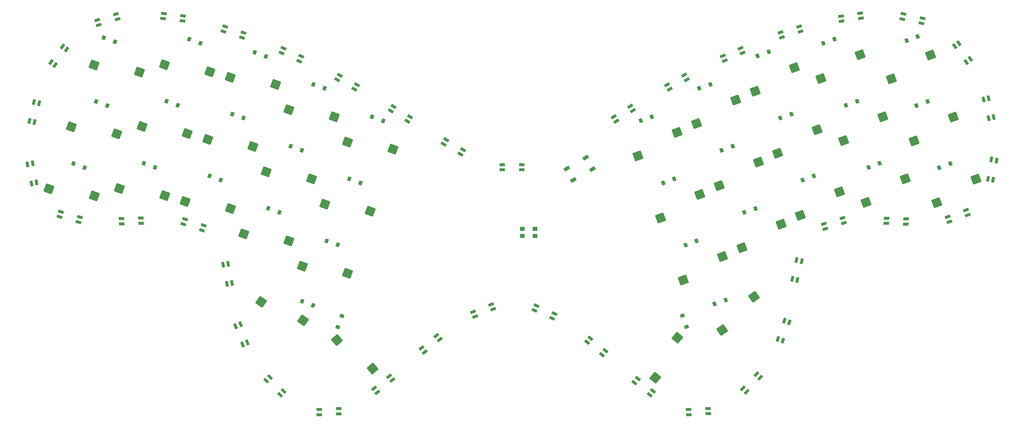
<source format=gbp>
%TF.GenerationSoftware,KiCad,Pcbnew,7.0.1-0*%
%TF.CreationDate,2023-05-23T20:01:29-04:00*%
%TF.ProjectId,fidrildi4,66696472-696c-4646-9934-2e6b69636164,rev?*%
%TF.SameCoordinates,Original*%
%TF.FileFunction,Paste,Bot*%
%TF.FilePolarity,Positive*%
%FSLAX46Y46*%
G04 Gerber Fmt 4.6, Leading zero omitted, Abs format (unit mm)*
G04 Created by KiCad (PCBNEW 7.0.1-0) date 2023-05-23 20:01:29*
%MOMM*%
%LPD*%
G01*
G04 APERTURE LIST*
G04 Aperture macros list*
%AMRoundRect*
0 Rectangle with rounded corners*
0 $1 Rounding radius*
0 $2 $3 $4 $5 $6 $7 $8 $9 X,Y pos of 4 corners*
0 Add a 4 corners polygon primitive as box body*
4,1,4,$2,$3,$4,$5,$6,$7,$8,$9,$2,$3,0*
0 Add four circle primitives for the rounded corners*
1,1,$1+$1,$2,$3*
1,1,$1+$1,$4,$5*
1,1,$1+$1,$6,$7*
1,1,$1+$1,$8,$9*
0 Add four rect primitives between the rounded corners*
20,1,$1+$1,$2,$3,$4,$5,0*
20,1,$1+$1,$4,$5,$6,$7,0*
20,1,$1+$1,$6,$7,$8,$9,0*
20,1,$1+$1,$8,$9,$2,$3,0*%
%AMRotRect*
0 Rectangle, with rotation*
0 The origin of the aperture is its center*
0 $1 length*
0 $2 width*
0 $3 Rotation angle, in degrees counterclockwise*
0 Add horizontal line*
21,1,$1,$2,0,0,$3*%
G04 Aperture macros list end*
%ADD10RotRect,1.600000X0.820000X220.000000*%
%ADD11RotRect,1.600000X0.820000X353.000000*%
%ADD12RotRect,1.600000X0.820000X197.500000*%
%ADD13RoundRect,0.250000X1.305205X0.589122X-0.621165X1.290263X-1.305205X-0.589122X0.621165X-1.290263X0*%
%ADD14RoundRect,0.250000X-1.424902X0.142408X-0.107187X-1.427983X1.424902X-0.142408X0.107187X1.427983X0*%
%ADD15RotRect,1.600000X0.820000X18.000000*%
%ADD16RoundRect,0.250000X0.621165X1.290263X-1.305205X0.589122X-0.621165X-1.290263X1.305205X-0.589122X0*%
%ADD17RotRect,1.600000X0.820000X29.250000*%
%ADD18RotRect,1.600000X0.820000X111.000000*%
%ADD19RotRect,1.600000X0.820000X17.250000*%
%ADD20RotRect,1.600000X0.820000X257.250000*%
%ADD21RotRect,1.600000X0.820000X341.500000*%
%ADD22RotRect,1.600000X0.820000X335.500000*%
%ADD23RotRect,1.600000X0.820000X54.000000*%
%ADD24RotRect,1.600000X0.820000X306.250000*%
%ADD25RotRect,1.600000X0.820000X181.750000*%
%ADD26RotRect,1.600000X0.820000X178.000000*%
%ADD27RotRect,1.600000X0.820000X328.000000*%
%ADD28RotRect,1.600000X0.820000X329.000000*%
%ADD29RotRect,1.600000X0.820000X134.500000*%
%ADD30RoundRect,0.250000X-1.413207X-0.231236X0.266054X-1.407068X1.413207X0.231236X-0.266054X1.407068X0*%
%ADD31RotRect,1.600000X0.820000X8.750000*%
%ADD32RotRect,1.600000X0.820000X164.500000*%
%ADD33RotRect,1.600000X0.820000X250.500000*%
%ADD34RoundRect,0.250000X-0.266054X-1.407068X1.413207X-0.231236X0.266054X1.407068X-1.413207X0.231236X0*%
%ADD35RotRect,1.600000X0.820000X331.000000*%
%ADD36RotRect,1.600000X0.820000X182.500000*%
%ADD37RotRect,1.600000X0.820000X219.000000*%
%ADD38RotRect,1.600000X0.820000X347.000000*%
%ADD39RotRect,1.600000X0.820000X155.500000*%
%ADD40RoundRect,0.250000X0.107187X-1.427983X1.424902X0.142408X-0.107187X1.427983X-1.424902X-0.142408X0*%
%ADD41RotRect,1.600000X0.820000X32.500000*%
%ADD42RotRect,1.600000X0.820000X226.000000*%
%ADD43RotRect,1.600000X0.820000X140.250000*%
%ADD44R,1.600000X0.820000*%
%ADD45RotRect,1.600000X0.820000X202.250000*%
%ADD46RotRect,1.600000X0.820000X141.000000*%
%ADD47RotRect,1.600000X0.820000X101.000000*%
%ADD48RotRect,1.600000X0.820000X200.000000*%
%ADD49RotRect,1.600000X0.820000X260.000000*%
%ADD50RotRect,1.600000X0.820000X162.000000*%
%ADD51RotRect,1.600000X0.820000X102.000000*%
%ADD52RotRect,1.600000X0.820000X23.500000*%
%ADD53RotRect,1.600000X0.820000X76.500000*%
%ADD54RotRect,1.600000X0.820000X285.000000*%
%ADD55RotRect,1.600000X0.820000X183.000000*%
%ADD56RotRect,1.000000X1.200000X20.000000*%
%ADD57RotRect,1.000000X1.200000X160.000000*%
%ADD58RotRect,1.000000X1.200000X250.000000*%
%ADD59RotRect,1.000000X1.200000X290.000000*%
%ADD60RoundRect,0.250000X0.450000X-0.350000X0.450000X0.350000X-0.450000X0.350000X-0.450000X-0.350000X0*%
%ADD61RotRect,1.700000X1.000000X210.000000*%
G04 APERTURE END LIST*
D10*
X189277015Y-183234728D03*
X188312834Y-182085661D03*
X184022985Y-185685272D03*
X184987166Y-186834339D03*
D11*
X110022273Y-89374356D03*
X109839469Y-90863175D03*
X115397727Y-91545644D03*
X115580531Y-90056825D03*
D12*
X305420000Y-149660000D03*
X304968941Y-148229425D03*
X299628126Y-149913378D03*
X300079185Y-151343953D03*
D13*
X103025352Y-106212570D03*
X90009214Y-104178095D03*
D14*
X159721603Y-183339895D03*
X169976671Y-191609871D03*
D15*
X287165279Y-94821955D03*
X287628805Y-96248540D03*
X292954721Y-94518045D03*
X292491195Y-93091460D03*
D16*
X264012814Y-141451069D03*
X252734139Y-148259182D03*
D17*
X254600545Y-109843767D03*
X255333477Y-111152511D03*
X260219455Y-108416233D03*
X259486523Y-107107489D03*
D18*
X132643245Y-184602801D03*
X134043616Y-184065249D03*
X132036755Y-178837199D03*
X130636384Y-179374751D03*
D19*
X90933538Y-91264051D03*
X91378350Y-92696581D03*
X96726462Y-91035949D03*
X96281650Y-89603419D03*
D20*
X293239460Y-160674565D03*
X291776446Y-160343518D03*
X290540540Y-165805435D03*
X292003554Y-166136482D03*
D21*
X127622672Y-93110304D03*
X127146715Y-94532790D03*
X132457328Y-96309696D03*
X132933285Y-94887210D03*
D13*
X129155352Y-145512570D03*
X116139214Y-143478095D03*
D22*
X144443128Y-99386388D03*
X143821089Y-100751330D03*
X148916872Y-103073612D03*
X149538911Y-101708670D03*
D23*
X77604878Y-103368818D03*
X78818403Y-104250496D03*
X82110000Y-99720000D03*
X80896475Y-98838322D03*
D16*
X291160092Y-104946145D03*
X279881417Y-111754258D03*
D24*
X338409166Y-97928473D03*
X337199500Y-98815437D03*
X340510834Y-103331527D03*
X341720500Y-102444563D03*
D25*
X103521598Y-149744142D03*
X103475790Y-148244842D03*
X97878402Y-148415858D03*
X97924210Y-149915158D03*
D16*
X343290092Y-137066145D03*
X332011417Y-143874258D03*
D13*
X169305352Y-146302570D03*
X156289214Y-144268095D03*
D26*
X323192120Y-149977262D03*
X323244469Y-148478175D03*
X317647880Y-148282738D03*
X317595531Y-149781825D03*
D27*
X176002905Y-116150190D03*
X175208026Y-117422262D03*
X179957095Y-120389810D03*
X180751974Y-119117738D03*
D13*
X96525352Y-124062570D03*
X83509214Y-122028095D03*
X142155352Y-109812570D03*
X129139214Y-107778095D03*
X145985352Y-154832570D03*
X132969214Y-152798095D03*
D28*
X191206210Y-125735018D03*
X190433653Y-127020769D03*
X195233790Y-129904982D03*
X196006347Y-128619231D03*
D13*
X110268991Y-141840032D03*
X97252853Y-139805557D03*
X135652630Y-127667494D03*
X122636492Y-125633019D03*
D16*
X304150092Y-140666145D03*
X292871417Y-147474258D03*
D29*
X143387608Y-199082783D03*
X144457484Y-198031419D03*
X140532392Y-194037217D03*
X139462516Y-195088581D03*
D30*
X137973192Y-172325565D03*
X150019255Y-177659541D03*
D31*
X304508495Y-90144674D03*
X304736680Y-91627217D03*
X310271505Y-90775326D03*
X310043320Y-89292783D03*
D16*
X330290092Y-101356145D03*
X319011417Y-108164258D03*
X336780092Y-119216145D03*
X325501417Y-126024258D03*
D32*
X85487736Y-149430990D03*
X85888594Y-147985545D03*
X80492264Y-146489010D03*
X80091406Y-147934455D03*
D16*
X270502814Y-159311069D03*
X259224139Y-166119182D03*
D13*
X152485352Y-136977494D03*
X139469214Y-134943019D03*
X90035352Y-141922570D03*
X77019214Y-139888095D03*
D33*
X289681640Y-178280959D03*
X288267678Y-177780249D03*
X286398360Y-183059041D03*
X287812322Y-183559751D03*
D34*
X270419424Y-180453143D03*
X279551718Y-170957874D03*
D35*
X160594672Y-107156568D03*
X159867458Y-108468498D03*
X164765328Y-111183432D03*
X165492542Y-109871502D03*
D16*
X280832814Y-132131069D03*
X269554139Y-138939182D03*
D36*
X160300050Y-204607152D03*
X160234620Y-203108580D03*
X154639950Y-203352848D03*
X154705380Y-204851420D03*
D16*
X323026453Y-136983607D03*
X311747778Y-143791720D03*
D37*
X175697999Y-194920762D03*
X174754018Y-193755043D03*
X170402001Y-197279238D03*
X171345982Y-198444957D03*
D16*
X287330092Y-149996145D03*
X276051417Y-156804258D03*
D38*
X322523528Y-89500274D03*
X322186102Y-90961830D03*
X327642574Y-92221556D03*
X327980000Y-90760000D03*
D39*
X221576872Y-177123612D03*
X222198911Y-175758670D03*
X217103128Y-173436388D03*
X216481089Y-174801330D03*
D16*
X274336453Y-114273607D03*
X263057778Y-121081720D03*
D40*
X251170097Y-194194744D03*
X257533659Y-182659407D03*
D41*
X239235529Y-119091895D03*
X240041479Y-120356982D03*
X244764471Y-117348105D03*
X243958521Y-116083018D03*
D42*
X281324548Y-194246842D03*
X280245539Y-193204855D03*
X276355452Y-197233158D03*
X277434461Y-198275145D03*
D43*
X235903178Y-187567061D03*
X236862336Y-186413798D03*
X232556822Y-182832939D03*
X231597664Y-183986202D03*
D44*
X207250000Y-132880000D03*
X207250000Y-134380000D03*
X212850000Y-134380000D03*
X212850000Y-132880000D03*
D16*
X297650092Y-122816145D03*
X286371417Y-129624258D03*
D45*
X204605500Y-174483939D03*
X204037527Y-173095628D03*
X198854500Y-175216061D03*
X199422473Y-176604372D03*
D46*
X249564018Y-199144957D03*
X250507999Y-197979238D03*
X246155982Y-194455043D03*
X245212001Y-195620762D03*
D47*
X128148045Y-167231663D03*
X129620486Y-166945449D03*
X128551955Y-161448337D03*
X127079514Y-161734551D03*
D16*
X316540092Y-119126145D03*
X305261417Y-125934258D03*
D13*
X175805352Y-128442570D03*
X162789214Y-126408095D03*
D48*
X340967654Y-147397113D03*
X340454624Y-145987574D03*
X335192346Y-147902887D03*
X335705376Y-149312426D03*
D13*
X158985352Y-119132570D03*
X145969214Y-117098095D03*
D16*
X310040092Y-101276145D03*
X298761417Y-108084258D03*
D49*
X349227212Y-131690472D03*
X347750000Y-131430000D03*
X346777570Y-136944924D03*
X348254782Y-137205396D03*
D13*
X123278991Y-106120032D03*
X110262853Y-104085557D03*
D50*
X120991195Y-151758540D03*
X121454721Y-150331955D03*
X116128805Y-148601460D03*
X115665279Y-150028045D03*
D51*
X72047084Y-138319494D03*
X73514305Y-138007627D03*
X72350000Y-132530000D03*
X70882779Y-132841867D03*
D52*
X270553170Y-101598702D03*
X271151294Y-102974292D03*
X276286830Y-100741298D03*
X275688706Y-99365708D03*
D13*
X116772630Y-123977494D03*
X103756492Y-121943019D03*
X162825352Y-164152570D03*
X149809214Y-162118095D03*
D53*
X71447076Y-120317552D03*
X72905630Y-120667720D03*
X74212924Y-115222448D03*
X72754370Y-114872280D03*
D16*
X257497493Y-123599884D03*
X246218818Y-130407997D03*
D54*
X346939751Y-113751293D03*
X345490862Y-114139522D03*
X346940249Y-119548707D03*
X348389138Y-119160478D03*
D55*
X266465415Y-204562431D03*
X266386911Y-203064487D03*
X260794585Y-203357569D03*
X260873089Y-204855513D03*
D56*
X323392523Y-97181434D03*
X326587477Y-96018566D03*
D57*
X166510000Y-138120000D03*
X163315046Y-136957132D03*
X107517477Y-133641434D03*
X104322523Y-132478566D03*
X149687477Y-128771434D03*
X146492523Y-127608566D03*
D56*
X263792523Y-110921434D03*
X266987477Y-109758566D03*
D57*
X139367477Y-101731434D03*
X136172523Y-100568566D03*
X132897477Y-119471434D03*
X129702523Y-118308566D03*
X87257477Y-133721434D03*
X84062523Y-132558566D03*
D56*
X312452523Y-133671434D03*
X315647477Y-132508566D03*
X332732523Y-133751434D03*
X335927477Y-132588566D03*
D58*
X161211434Y-176422523D03*
X160048566Y-179617477D03*
D56*
X259892523Y-156021434D03*
X263087477Y-154858566D03*
X287072523Y-119471434D03*
X290267477Y-118308566D03*
D57*
X126377477Y-137311434D03*
X123182523Y-136148566D03*
X120517477Y-97931434D03*
X117322523Y-96768566D03*
D56*
X268252523Y-172991434D03*
X271447477Y-171828566D03*
X280602523Y-101601434D03*
X283797477Y-100438566D03*
D57*
X156217477Y-110941434D03*
X153022523Y-109778566D03*
X95997477Y-97501434D03*
X92802523Y-96338566D03*
D59*
X259018566Y-176342523D03*
X260181434Y-179537477D03*
D57*
X143237477Y-146641434D03*
X140042523Y-145478566D03*
X93767477Y-115861434D03*
X90572523Y-114698566D03*
D56*
X305982523Y-115781434D03*
X309177477Y-114618566D03*
X270272523Y-128771434D03*
X273467477Y-127608566D03*
X293562523Y-137321434D03*
X296757477Y-136158566D03*
X299472523Y-97931434D03*
X302667477Y-96768566D03*
D57*
X173010000Y-120290000D03*
X169815046Y-119127132D03*
D56*
X326212523Y-115881434D03*
X329407477Y-114718566D03*
X247012523Y-120241434D03*
X250207477Y-119078566D03*
X276762523Y-146651434D03*
X279957477Y-145488566D03*
D57*
X160027477Y-155981434D03*
X156832523Y-154818566D03*
D60*
X213010000Y-153380000D03*
X213010000Y-151380000D03*
D56*
X253442523Y-138141434D03*
X256637477Y-136978566D03*
D57*
X113997477Y-115791434D03*
X110802523Y-114628566D03*
D60*
X216670000Y-153380000D03*
X216670000Y-151380000D03*
D61*
X231240000Y-130869104D03*
X225784040Y-134019104D03*
X233140000Y-134160000D03*
X227684040Y-137310000D03*
D57*
X152927477Y-173381434D03*
X149732523Y-172218566D03*
M02*

</source>
